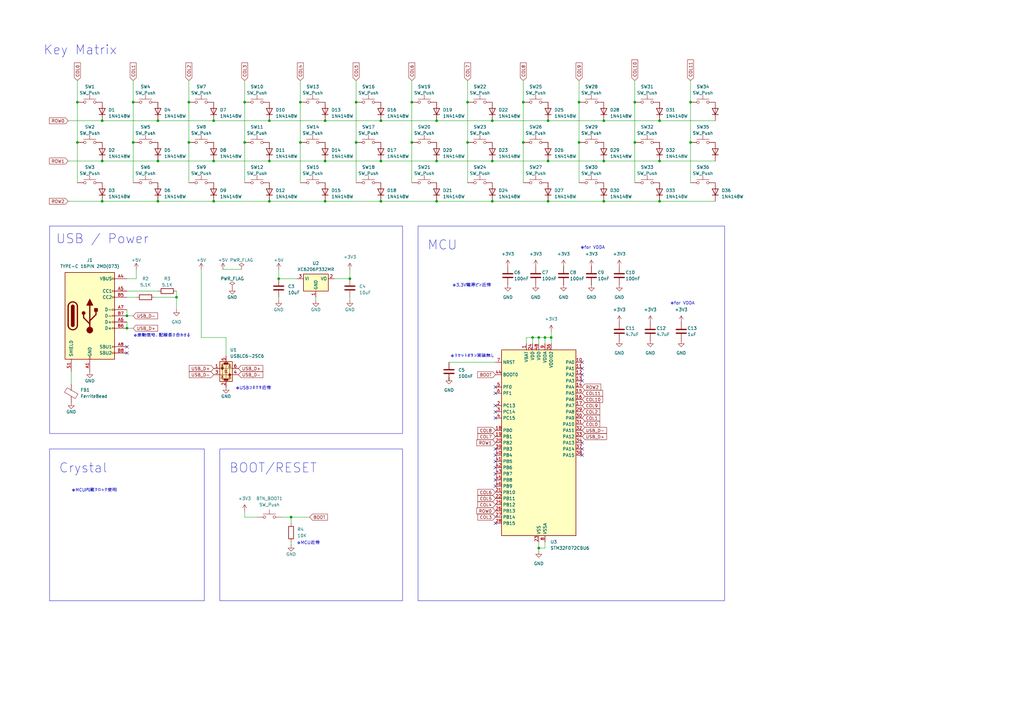
<source format=kicad_sch>
(kicad_sch (version 20231120) (generator "eeschema") (generator_version "8.0")
  (paper "A3")
  (title_block (title "neige PCB") (date "2025-08-02") (rev "v1.1") (company "@ymkn"))
  (lib_symbols
    (symbol "Connector:USB_C_Receptacle_USB2.0_16P" (pin_names (offset 1.016))
      (property "Reference" "J" (at 0 22.225 0))
      (property "Value" "USB_C_Receptacle_USB2.0_16P" (at 0 19.685 0))
      (symbol "USB_C_Receptacle_USB2.0_16P_1_1"
        (pin passive line (at 0 -22.86 90) (length 5.08) (name "GND") (number "A1"))
        (pin passive line (at 0 -22.86 90) (length 5.08) hide (name "GND") (number "A12"))
        (pin passive line (at 15.24 15.24 180) (length 5.08) (name "VBUS") (number "A4"))
        (pin bidirectional line (at 15.24 10.16 180) (length 5.08) (name "CC1") (number "A5"))
        (pin bidirectional line (at 15.24 -2.54 180) (length 5.08) (name "D+") (number "A6"))
        (pin bidirectional line (at 15.24 2.54 180) (length 5.08) (name "D-") (number "A7"))
        (pin bidirectional line (at 15.24 -12.7 180) (length 5.08) (name "SBU1") (number "A8"))
        (pin passive line (at 15.24 15.24 180) (length 5.08) hide (name "VBUS") (number "A9"))
        (pin passive line (at 0 -22.86 90) (length 5.08) hide (name "GND") (number "B1"))
        (pin passive line (at 0 -22.86 90) (length 5.08) hide (name "GND") (number "B12"))
        (pin passive line (at 15.24 15.24 180) (length 5.08) hide (name "VBUS") (number "B4"))
        (pin bidirectional line (at 15.24 7.62 180) (length 5.08) (name "CC2") (number "B5"))
        (pin bidirectional line (at 15.24 -5.08 180) (length 5.08) (name "D+") (number "B6"))
        (pin bidirectional line (at 15.24 0 180) (length 5.08) (name "D-") (number "B7"))
        (pin bidirectional line (at 15.24 -15.24 180) (length 5.08) (name "SBU2") (number "B8"))
        (pin passive line (at 15.24 15.24 180) (length 5.08) hide (name "VBUS") (number "B9"))
        (pin passive line (at -7.62 -22.86 90) (length 5.08) (name "SHIELD") (number "S1"))
      )
    )
    (symbol "Device:C" (pin_numbers hide) (pin_names (offset 0.254))
      (property "Reference" "C" (at 0.635 2.54 0))
      (property "Value" "C" (at 0.635 -2.54 0))
      (symbol "C_1_1"
        (pin passive line (at 0 3.81 270) (length 2.794) (name "~") (number "1"))
        (pin passive line (at 0 -3.81 90) (length 2.794) (name "~") (number "2"))
      )
    )
    (symbol "Device:FerriteBead" (pin_numbers hide) (pin_names (offset 0))
      (property "Reference" "FB" (at -3.81 0.635 90))
      (property "Value" "FerriteBead" (at 3.81 0 90))
      (symbol "FerriteBead_1_1"
        (pin passive line (at 0 3.81 270) (length 2.54) (name "~") (number "1"))
        (pin passive line (at 0 -3.81 90) (length 2.54) (name "~") (number "2"))
      )
    )
    (symbol "Device:R" (pin_numbers hide) (pin_names (offset 0))
      (property "Reference" "R" (at 2.032 0 90))
      (property "Value" "R" (at 0 0 90))
      (symbol "R_1_1"
        (pin passive line (at 0 3.81 270) (length 1.27) (name "~") (number "1"))
        (pin passive line (at 0 -3.81 90) (length 1.27) (name "~") (number "2"))
      )
    )
    (symbol "Diode:1N4148W" (pin_numbers hide) (pin_names hide)
      (property "Reference" "D" (at 0 2.54 0))
      (property "Value" "1N4148W" (at 0 -2.54 0))
      (symbol "1N4148W_1_1"
        (pin passive line (at -3.81 0 0) (length 2.54) (name "K") (number "1"))
        (pin passive line (at 3.81 0 180) (length 2.54) (name "A") (number "2"))
      )
    )
    (symbol "MCU_ST_STM32F0:STM32F072CBUx"
      (property "Reference" "U" (at -15.24 39.37 0))
      (property "Value" "STM32F072CBUx" (at 7.62 39.37 0))
      (symbol "STM32F072CBUx_1_1"
        (pin power_in line (at -5.08 40.64 270) (length 2.54) (name "VBAT") (number "1"))
        (pin bidirectional line (at 17.78 33.02 180) (length 2.54) (name "PA0") (number "10"))
        (pin bidirectional line (at 17.78 30.48 180) (length 2.54) (name "PA1") (number "11"))
        (pin bidirectional line (at 17.78 27.94 180) (length 2.54) (name "PA2") (number "12"))
        (pin bidirectional line (at 17.78 25.4 180) (length 2.54) (name "PA3") (number "13"))
        (pin bidirectional line (at 17.78 22.86 180) (length 2.54) (name "PA4") (number "14"))
        (pin bidirectional line (at 17.78 20.32 180) (length 2.54) (name "PA5") (number "15"))
        (pin bidirectional line (at 17.78 17.78 180) (length 2.54) (name "PA6") (number "16"))
        (pin bidirectional line (at 17.78 15.24 180) (length 2.54) (name "PA7") (number "17"))
        (pin bidirectional line (at -17.78 5.08 0) (length 2.54) (name "PB0") (number "18"))
        (pin bidirectional line (at -17.78 2.54 0) (length 2.54) (name "PB1") (number "19"))
        (pin bidirectional line (at -17.78 15.24 0) (length 2.54) (name "PC13") (number "2"))
        (pin bidirectional line (at -17.78 0 0) (length 2.54) (name "PB2") (number "20"))
        (pin bidirectional line (at -17.78 -20.32 0) (length 2.54) (name "PB10") (number "21"))
        (pin bidirectional line (at -17.78 -22.86 0) (length 2.54) (name "PB11") (number "22"))
        (pin power_in line (at 0 -40.64 90) (length 2.54) (name "VSS") (number "23"))
        (pin power_in line (at -2.54 40.64 270) (length 2.54) (name "VDD") (number "24"))
        (pin bidirectional line (at -17.78 -25.4 0) (length 2.54) (name "PB12") (number "25"))
        (pin bidirectional line (at -17.78 -27.94 0) (length 2.54) (name "PB13") (number "26"))
        (pin bidirectional line (at -17.78 -30.48 0) (length 2.54) (name "PB14") (number "27"))
        (pin bidirectional line (at -17.78 -33.02 0) (length 2.54) (name "PB15") (number "28"))
        (pin bidirectional line (at 17.78 12.7 180) (length 2.54) (name "PA8") (number "29"))
        (pin bidirectional line (at -17.78 12.7 0) (length 2.54) (name "PC14") (number "3"))
        (pin bidirectional line (at 17.78 10.16 180) (length 2.54) (name "PA9") (number "30"))
        (pin bidirectional line (at 17.78 7.62 180) (length 2.54) (name "PA10") (number "31"))
        (pin bidirectional line (at 17.78 5.08 180) (length 2.54) (name "PA11") (number "32"))
        (pin bidirectional line (at 17.78 2.54 180) (length 2.54) (name "PA12") (number "33"))
        (pin bidirectional line (at 17.78 0 180) (length 2.54) (name "PA13") (number "34"))
        (pin passive line (at 0 -40.64 90) (length 2.54) hide (name "VSS") (number "35"))
        (pin power_in line (at 5.08 40.64 270) (length 2.54) (name "VDDIO2") (number "36"))
        (pin bidirectional line (at 17.78 -2.54 180) (length 2.54) (name "PA14") (number "37"))
        (pin bidirectional line (at 17.78 -5.08 180) (length 2.54) (name "PA15") (number "38"))
        (pin bidirectional line (at -17.78 -2.54 0) (length 2.54) (name "PB3") (number "39"))
        (pin bidirectional line (at -17.78 10.16 0) (length 2.54) (name "PC15") (number "4"))
        (pin bidirectional line (at -17.78 -5.08 0) (length 2.54) (name "PB4") (number "40"))
        (pin bidirectional line (at -17.78 -7.62 0) (length 2.54) (name "PB5") (number "41"))
        (pin bidirectional line (at -17.78 -10.16 0) (length 2.54) (name "PB6") (number "42"))
        (pin bidirectional line (at -17.78 -12.7 0) (length 2.54) (name "PB7") (number "43"))
        (pin input line (at -17.78 27.94 0) (length 2.54) (name "BOOT0") (number "44"))
        (pin bidirectional line (at -17.78 -15.24 0) (length 2.54) (name "PB8") (number "45"))
        (pin bidirectional line (at -17.78 -17.78 0) (length 2.54) (name "PB9") (number "46"))
        (pin passive line (at 0 -40.64 90) (length 2.54) hide (name "VSS") (number "47"))
        (pin power_in line (at 0 40.64 270) (length 2.54) (name "VDD") (number "48"))
        (pin passive line (at 0 -40.64 90) (length 2.54) hide (name "VSS") (number "49"))
        (pin bidirectional line (at -17.78 22.86 0) (length 2.54) (name "PF0") (number "5"))
        (pin bidirectional line (at -17.78 20.32 0) (length 2.54) (name "PF1") (number "6"))
        (pin input line (at -17.78 33.02 0) (length 2.54) (name "NRST") (number "7"))
        (pin power_in line (at 2.54 -40.64 90) (length 2.54) (name "VSSA") (number "8"))
        (pin power_in line (at 2.54 40.64 270) (length 2.54) (name "VDDA") (number "9"))
      )
    )
    (symbol "Power_Protection:USBLC6-2SC6" (pin_names hide)
      (property "Reference" "U" (at 0.635 5.715 0))
      (property "Value" "USBLC6-2SC6" (at 0.635 3.81 0))
      (symbol "USBLC6-2SC6_1_1"
        (pin passive line (at -5.08 0 0) (length 2.54) (name "I/O1") (number "1"))
        (pin passive line (at 0 -7.62 90) (length 2.54) (name "GND") (number "2"))
        (pin passive line (at -5.08 -2.54 0) (length 2.54) (name "I/O2") (number "3"))
        (pin passive line (at 5.08 -2.54 180) (length 2.54) (name "I/O2") (number "4"))
        (pin passive line (at 0 5.08 270) (length 2.54) (name "VBUS") (number "5"))
        (pin passive line (at 5.08 0 180) (length 2.54) (name "I/O1") (number "6"))
      )
    )
    (symbol "Regulator_Linear:AMS1117-3.3"
      (property "Reference" "U" (at -3.81 3.175 0))
      (property "Value" "AMS1117-3.3" (at 0 3.175 0))
      (symbol "AMS1117-3.3_1_1"
        (pin power_in line (at 0 -7.62 90) (length 2.54) (name "GND") (number "1"))
        (pin power_out line (at 7.62 0 180) (length 2.54) (name "VO") (number "2"))
        (pin power_in line (at -7.62 0 0) (length 2.54) (name "VI") (number "3"))
      )
    )
    (symbol "Switch:SW_Push" (pin_numbers hide) (pin_names (offset 1.016) hide)
      (property "Reference" "SW" (at 1.27 2.54 0))
      (property "Value" "SW_Push" (at 0 -1.524 0))
      (symbol "SW_Push_0_1"
        (pin passive line (at -5.08 0 0) (length 2.54) (name "1") (number "1"))
        (pin passive line (at 5.08 0 180) (length 2.54) (name "2") (number "2"))
      )
    )
    (symbol "power:+3V3" (power) (pin_numbers hide) (pin_names (offset 0) hide)
      (property "Value" "+3V3" (at 0 3.556 0))
      (symbol "+3V3_1_1"
        (pin power_in line (at 0 0 90) (length 0) (name "~") (number "1"))
      )
    )
    (symbol "power:+5V" (power) (pin_numbers hide) (pin_names (offset 0) hide)
      (property "Value" "+5V" (at 0 3.556 0))
      (symbol "+5V_1_1"
        (pin power_in line (at 0 0 90) (length 0) (name "~") (number "1"))
      )
    )
    (symbol "power:GND" (power) (pin_numbers hide) (pin_names (offset 0) hide)
      (property "Value" "GND" (at 0 -3.81 0))
      (symbol "GND_1_1"
        (pin power_in line (at 0 0 270) (length 0) (name "~") (number "1"))
      )
    )
    (symbol "power:PWR_FLAG" (power) (pin_numbers hide) (pin_names (offset 0) hide)
      (property "Value" "PWR_FLAG" (at 0 3.81 0))
      (symbol "PWR_FLAG_0_0"
        (pin power_out line (at 0 0 90) (length 0) (name "~") (number "1"))
      )
    )
  )
  (junction (at 31.75 41.91))
  (junction (at 41.91 82.55))
  (junction (at 247.65 49.53))
  (junction (at 237.49 58.42))
  (junction (at 218.44 138.43))
  (junction (at 224.79 82.55))
  (junction (at 31.75 58.42))
  (junction (at 191.77 41.91))
  (junction (at 179.07 49.53))
  (junction (at 224.79 66.04))
  (junction (at 114.3 114.3))
  (junction (at 77.47 58.42))
  (junction (at 119.38 212.09))
  (junction (at 220.98 138.43))
  (junction (at 237.49 41.91))
  (junction (at 100.33 41.91))
  (junction (at 270.51 66.04))
  (junction (at 201.93 66.04))
  (junction (at 110.49 82.55))
  (junction (at 156.21 66.04))
  (junction (at 270.51 49.53))
  (junction (at 168.91 58.42))
  (junction (at 156.21 82.55))
  (junction (at 179.07 82.55))
  (junction (at 283.21 58.42))
  (junction (at 260.35 58.42))
  (junction (at 87.63 49.53))
  (junction (at 123.19 41.91))
  (junction (at 201.93 49.53))
  (junction (at 110.49 49.53))
  (junction (at 41.91 66.04))
  (junction (at 201.93 82.55))
  (junction (at 100.33 58.42))
  (junction (at 220.98 224.79))
  (junction (at 87.63 66.04))
  (junction (at 143.51 114.3))
  (junction (at 123.19 58.42))
  (junction (at 146.05 58.42))
  (junction (at 179.07 66.04))
  (junction (at 223.52 138.43))
  (junction (at 247.65 82.55))
  (junction (at 133.35 82.55))
  (junction (at 64.77 49.53))
  (junction (at 260.35 41.91))
  (junction (at 64.77 82.55))
  (junction (at 226.06 138.43))
  (junction (at 64.77 66.04))
  (junction (at 146.05 41.91))
  (junction (at 168.91 41.91))
  (junction (at 41.91 49.53))
  (junction (at 77.47 41.91))
  (junction (at 54.61 41.91))
  (junction (at 52.07 134.62))
  (junction (at 87.63 82.55))
  (junction (at 247.65 66.04))
  (junction (at 214.63 58.42))
  (junction (at 270.51 82.55))
  (junction (at 54.61 58.42))
  (junction (at 214.63 41.91))
  (junction (at 133.35 49.53))
  (junction (at 224.79 49.53))
  (junction (at 156.21 49.53))
  (junction (at 283.21 41.91))
  (junction (at 52.07 129.54))
  (junction (at 133.35 66.04))
  (junction (at 110.49 66.04))
  (junction (at 72.39 121.92))
  (junction (at 191.77 58.42))
  (no_connect (at 238.76 156.21))
  (no_connect (at 203.2 186.69))
  (no_connect (at 203.2 171.45))
  (no_connect (at 52.07 144.78))
  (no_connect (at 203.2 196.85))
  (no_connect (at 203.2 161.29))
  (no_connect (at 203.2 214.63))
  (no_connect (at 238.76 153.67))
  (no_connect (at 238.76 148.59))
  (no_connect (at 238.76 151.13))
  (no_connect (at 203.2 184.15))
  (no_connect (at 203.2 158.75))
  (no_connect (at 203.2 168.91))
  (no_connect (at 203.2 166.37))
  (no_connect (at 238.76 181.61))
  (no_connect (at 238.76 184.15))
  (no_connect (at 203.2 191.77))
  (no_connect (at 203.2 189.23))
  (no_connect (at 238.76 186.69))
  (no_connect (at 203.2 199.39))
  (no_connect (at 52.07 142.24))
  (no_connect (at 203.2 194.31))
  (wire (pts (xy 220.98 224.79) (xy 220.98 226.06)))
  (wire (pts (xy 27.94 66.04) (xy 41.91 66.04)))
  (wire (pts (xy 87.63 82.55) (xy 110.49 82.55)))
  (wire (pts (xy 237.49 33.02) (xy 237.49 41.91)))
  (wire (pts (xy 29.21 152.4) (xy 29.21 157.48)))
  (wire (pts (xy 137.16 114.3) (xy 143.51 114.3)))
  (wire (pts (xy 82.55 138.43) (xy 92.71 138.43)))
  (wire (pts (xy 215.9 140.97) (xy 215.9 138.43)))
  (wire (pts (xy 283.21 41.91) (xy 283.21 58.42)))
  (wire (pts (xy 31.75 33.02) (xy 31.75 41.91)))
  (wire (pts (xy 52.07 121.92) (xy 55.88 121.92)))
  (wire (pts (xy 179.07 82.55) (xy 201.93 82.55)))
  (wire (pts (xy 143.51 110.49) (xy 143.51 114.3)))
  (wire (pts (xy 224.79 66.04) (xy 247.65 66.04)))
  (wire (pts (xy 77.47 41.91) (xy 77.47 58.42)))
  (wire (pts (xy 41.91 82.55) (xy 64.77 82.55)))
  (wire (pts (xy 184.15 154.94) (xy 184.15 156.21)))
  (wire (pts (xy 100.33 212.09) (xy 105.41 212.09)))
  (wire (pts (xy 100.33 209.55) (xy 100.33 212.09)))
  (wire (pts (xy 52.07 129.54) (xy 54.61 129.54)))
  (wire (pts (xy 54.61 41.91) (xy 54.61 58.42)))
  (wire (pts (xy 123.19 33.02) (xy 123.19 41.91)))
  (wire (pts (xy 220.98 224.79) (xy 223.52 224.79)))
  (wire (pts (xy 114.3 114.3) (xy 114.3 110.49)))
  (wire (pts (xy 146.05 33.02) (xy 146.05 41.91)))
  (wire (pts (xy 82.55 110.49) (xy 82.55 138.43)))
  (wire (pts (xy 87.63 66.04) (xy 110.49 66.04)))
  (wire (pts (xy 191.77 41.91) (xy 191.77 58.42)))
  (wire (pts (xy 218.44 138.43) (xy 220.98 138.43)))
  (wire (pts (xy 260.35 33.02) (xy 260.35 41.91)))
  (wire (pts (xy 201.93 66.04) (xy 224.79 66.04)))
  (wire (pts (xy 226.06 138.43) (xy 226.06 135.89)))
  (wire (pts (xy 220.98 222.25) (xy 220.98 224.79)))
  (wire (pts (xy 63.5 121.92) (xy 72.39 121.92)))
  (wire (pts (xy 52.07 134.62) (xy 54.61 134.62)))
  (wire (pts (xy 87.63 49.53) (xy 110.49 49.53)))
  (wire (pts (xy 156.21 66.04) (xy 179.07 66.04)))
  (wire (pts (xy 214.63 33.02) (xy 214.63 41.91)))
  (wire (pts (xy 214.63 58.42) (xy 214.63 74.93)))
  (wire (pts (xy 226.06 140.97) (xy 226.06 138.43)))
  (wire (pts (xy 115.57 212.09) (xy 119.38 212.09)))
  (wire (pts (xy 114.3 114.3) (xy 121.92 114.3)))
  (wire (pts (xy 179.07 49.53) (xy 201.93 49.53)))
  (wire (pts (xy 100.33 58.42) (xy 100.33 74.93)))
  (wire (pts (xy 283.21 58.42) (xy 283.21 74.93)))
  (wire (pts (xy 54.61 58.42) (xy 54.61 74.93)))
  (wire (pts (xy 224.79 49.53) (xy 247.65 49.53)))
  (wire (pts (xy 168.91 41.91) (xy 168.91 58.42)))
  (wire (pts (xy 168.91 33.02) (xy 168.91 41.91)))
  (wire (pts (xy 41.91 66.04) (xy 64.77 66.04)))
  (wire (pts (xy 184.15 148.59) (xy 203.2 148.59)))
  (wire (pts (xy 100.33 41.91) (xy 100.33 58.42)))
  (wire (pts (xy 260.35 58.42) (xy 260.35 74.93)))
  (wire (pts (xy 220.98 140.97) (xy 220.98 138.43)))
  (wire (pts (xy 123.19 58.42) (xy 123.19 74.93)))
  (wire (pts (xy 146.05 41.91) (xy 146.05 58.42)))
  (wire (pts (xy 270.51 49.53) (xy 293.37 49.53)))
  (wire (pts (xy 133.35 82.55) (xy 156.21 82.55)))
  (wire (pts (xy 123.19 41.91) (xy 123.19 58.42)))
  (wire (pts (xy 220.98 138.43) (xy 223.52 138.43)))
  (wire (pts (xy 52.07 132.08) (xy 52.07 134.62)))
  (wire (pts (xy 223.52 222.25) (xy 223.52 224.79)))
  (wire (pts (xy 119.38 212.09) (xy 119.38 214.63)))
  (wire (pts (xy 77.47 33.02) (xy 77.47 41.91)))
  (wire (pts (xy 201.93 82.55) (xy 224.79 82.55)))
  (wire (pts (xy 143.51 123.19) (xy 143.51 121.92)))
  (wire (pts (xy 129.54 123.19) (xy 129.54 121.92)))
  (wire (pts (xy 119.38 222.25) (xy 119.38 223.52)))
  (wire (pts (xy 191.77 33.02) (xy 191.77 41.91)))
  (wire (pts (xy 114.3 121.92) (xy 114.3 123.19)))
  (wire (pts (xy 237.49 41.91) (xy 237.49 58.42)))
  (wire (pts (xy 52.07 119.38) (xy 64.77 119.38)))
  (wire (pts (xy 110.49 66.04) (xy 133.35 66.04)))
  (wire (pts (xy 179.07 66.04) (xy 201.93 66.04)))
  (wire (pts (xy 110.49 49.53) (xy 133.35 49.53)))
  (wire (pts (xy 146.05 58.42) (xy 146.05 74.93)))
  (wire (pts (xy 100.33 33.02) (xy 100.33 41.91)))
  (wire (pts (xy 55.88 114.3) (xy 52.07 114.3)))
  (wire (pts (xy 270.51 66.04) (xy 293.37 66.04)))
  (wire (pts (xy 270.51 82.55) (xy 293.37 82.55)))
  (wire (pts (xy 223.52 138.43) (xy 226.06 138.43)))
  (wire (pts (xy 31.75 58.42) (xy 31.75 74.93)))
  (wire (pts (xy 110.49 82.55) (xy 133.35 82.55)))
  (wire (pts (xy 214.63 41.91) (xy 214.63 58.42)))
  (wire (pts (xy 133.35 66.04) (xy 156.21 66.04)))
  (wire (pts (xy 168.91 58.42) (xy 168.91 74.93)))
  (wire (pts (xy 92.71 138.43) (xy 92.71 146.05)))
  (wire (pts (xy 237.49 58.42) (xy 237.49 74.93)))
  (wire (pts (xy 72.39 121.92) (xy 72.39 127)))
  (wire (pts (xy 283.21 33.02) (xy 283.21 41.91)))
  (wire (pts (xy 215.9 138.43) (xy 218.44 138.43)))
  (wire (pts (xy 54.61 33.02) (xy 54.61 41.91)))
  (wire (pts (xy 260.35 41.91) (xy 260.35 58.42)))
  (wire (pts (xy 64.77 66.04) (xy 87.63 66.04)))
  (wire (pts (xy 201.93 49.53) (xy 224.79 49.53)))
  (wire (pts (xy 247.65 49.53) (xy 270.51 49.53)))
  (wire (pts (xy 247.65 66.04) (xy 270.51 66.04)))
  (wire (pts (xy 119.38 212.09) (xy 127 212.09)))
  (wire (pts (xy 191.77 58.42) (xy 191.77 74.93)))
  (wire (pts (xy 91.44 110.49) (xy 99.06 110.49)))
  (wire (pts (xy 133.35 49.53) (xy 156.21 49.53)))
  (wire (pts (xy 224.79 82.55) (xy 247.65 82.55)))
  (wire (pts (xy 64.77 49.53) (xy 87.63 49.53)))
  (wire (pts (xy 27.94 82.55) (xy 41.91 82.55)))
  (wire (pts (xy 55.88 110.49) (xy 55.88 114.3)))
  (wire (pts (xy 77.47 58.42) (xy 77.47 74.93)))
  (wire (pts (xy 72.39 119.38) (xy 72.39 121.92)))
  (wire (pts (xy 218.44 140.97) (xy 218.44 138.43)))
  (wire (pts (xy 247.65 82.55) (xy 270.51 82.55)))
  (wire (pts (xy 64.77 82.55) (xy 87.63 82.55)))
  (wire (pts (xy 31.75 41.91) (xy 31.75 58.42)))
  (wire (pts (xy 41.91 49.53) (xy 64.77 49.53)))
  (wire (pts (xy 223.52 140.97) (xy 223.52 138.43)))
  (wire (pts (xy 156.21 49.53) (xy 179.07 49.53)))
  (wire (pts (xy 156.21 82.55) (xy 179.07 82.55)))
  (wire (pts (xy 27.94 49.53) (xy 41.91 49.53)))
  (wire (pts (xy 52.07 127) (xy 52.07 129.54)))
  (rectangle (start 20.32 92.71) (end 165.1 177.8))
  (rectangle (start 171.45 92.71) (end 297.18 246.38))
  (rectangle (start 90.17 184.15) (end 165.1 246.38))
  (rectangle (start 20.32 184.15) (end 83.82 246.38))
  (text "※MCU内蔵クロック使用" (at 38.608 201.168 0) (effects (font (size 1.27 1.27))))
  (text "Crystal" (at 24.13 194.31 0) (effects (font (size 3.81 3.81)) (justify left bottom)))
  (text "MCU" (at 175.26 102.87 0) (effects (font (size 3.81 3.81)) (justify left bottom)))
  (text "Key Matrix" (at 17.78 22.86 0) (effects (font (size 3.81 3.81)) (justify left bottom)))
  (text "※for VDDA" (at 274.828 125.222 0) (effects (font (size 1.27 1.27)) (justify left bottom)))
  (text "※for VDDA" (at 237.998 102.362 0) (effects (font (size 1.27 1.27)) (justify left bottom)))
  (text "※MCU近傍" (at 121.666 223.52 0) (effects (font (size 1.27 1.27)) (justify left bottom)))
  (text "※USBコネクタ近傍" (at 111.252 160.02 0) (effects (font (size 1.27 1.27)) (justify right bottom)))
  (text "BOOT/RESET" (at 93.98 194.31 0) (effects (font (size 3.81 3.81)) (justify left bottom)))
  (text "※3.3V電源ピン近傍" (at 185.42 117.856 0) (effects (font (size 1.27 1.27)) (justify left bottom)))
  (text "※差動信号、配線長さ合わせる" (at 54.61 138.43 0) (effects (font (size 1.27 1.27)) (justify left bottom)))
  (text "USB / Power" (at 22.86 100.33 0) (effects (font (size 3.81 3.81)) (justify left bottom)))
  (text "※リセットボタン実装無し" (at 184.658 146.812 0) (effects (font (size 1.27 1.27)) (justify left bottom)))
  (global_label "USB_D+" (shape input) (at 97.79 151.13 0) (property "Intersheetrefs" "${INTERSHEET_REFS}" (effects (hide yes))))
  (global_label "COL10" (shape input) (at 238.76 163.83 0) (property "Intersheetrefs" "${INTERSHEET_REFS}" (effects (hide yes))))
  (global_label "COL6" (shape input) (at 203.2 201.93 180) (property "Intersheetrefs" "${INTERSHEET_REFS}" (effects (hide yes))))
  (global_label "USB_D-" (shape input) (at 87.63 153.67 180) (property "Intersheetrefs" "${INTERSHEET_REFS}" (effects (hide yes))))
  (global_label "COL5" (shape input) (at 203.2 204.47 180) (property "Intersheetrefs" "${INTERSHEET_REFS}" (effects (hide yes))))
  (global_label "USB_D+" (shape input) (at 54.61 134.62 0) (property "Intersheetrefs" "${INTERSHEET_REFS}" (effects (hide yes))))
  (global_label "COL6" (shape input) (at 168.91 33.02 90) (property "Intersheetrefs" "${INTERSHEET_REFS}" (effects (hide yes))))
  (global_label "COL3" (shape input) (at 100.33 33.02 90) (property "Intersheetrefs" "${INTERSHEET_REFS}" (effects (hide yes))))
  (global_label "ROW2" (shape input) (at 238.76 158.75 0) (property "Intersheetrefs" "${INTERSHEET_REFS}" (effects (hide yes))))
  (global_label "COL4" (shape input) (at 203.2 207.01 180) (property "Intersheetrefs" "${INTERSHEET_REFS}" (effects (hide yes))))
  (global_label "COL9" (shape input) (at 238.76 166.37 0) (property "Intersheetrefs" "${INTERSHEET_REFS}" (effects (hide yes))))
  (global_label "USB_D-" (shape input) (at 54.61 129.54 0) (property "Intersheetrefs" "${INTERSHEET_REFS}" (effects (hide yes))))
  (global_label "BOOT" (shape input) (at 203.2 153.67 180) (property "Intersheetrefs" "${INTERSHEET_REFS}" (effects (hide yes))))
  (global_label "COL8" (shape input) (at 203.2 176.53 180) (property "Intersheetrefs" "${INTERSHEET_REFS}" (effects (hide yes))))
  (global_label "COL7" (shape input) (at 191.77 33.02 90) (property "Intersheetrefs" "${INTERSHEET_REFS}" (effects (hide yes))))
  (global_label "COL11" (shape input) (at 283.21 33.02 90) (property "Intersheetrefs" "${INTERSHEET_REFS}" (effects (hide yes))))
  (global_label "COL8" (shape input) (at 214.63 33.02 90) (property "Intersheetrefs" "${INTERSHEET_REFS}" (effects (hide yes))))
  (global_label "COL2" (shape input) (at 77.47 33.02 90) (property "Intersheetrefs" "${INTERSHEET_REFS}" (effects (hide yes))))
  (global_label "COL5" (shape input) (at 146.05 33.02 90) (property "Intersheetrefs" "${INTERSHEET_REFS}" (effects (hide yes))))
  (global_label "ROW0" (shape input) (at 27.94 49.53 180) (property "Intersheetrefs" "${INTERSHEET_REFS}" (effects (hide yes))))
  (global_label "COL1" (shape input) (at 54.61 33.02 90) (property "Intersheetrefs" "${INTERSHEET_REFS}" (effects (hide yes))))
  (global_label "ROW2" (shape input) (at 27.94 82.55 180) (property "Intersheetrefs" "${INTERSHEET_REFS}" (effects (hide yes))))
  (global_label "ROW1" (shape input) (at 203.2 181.61 180) (property "Intersheetrefs" "${INTERSHEET_REFS}" (effects (hide yes))))
  (global_label "BOOT" (shape input) (at 127 212.09 0) (property "Intersheetrefs" "${INTERSHEET_REFS}" (effects (hide yes))))
  (global_label "COL0" (shape input) (at 31.75 33.02 90) (property "Intersheetrefs" "${INTERSHEET_REFS}" (effects (hide yes))))
  (global_label "COL10" (shape input) (at 260.35 33.02 90) (property "Intersheetrefs" "${INTERSHEET_REFS}" (effects (hide yes))))
  (global_label "USB_D+" (shape input) (at 87.63 151.13 180) (property "Intersheetrefs" "${INTERSHEET_REFS}" (effects (hide yes))))
  (global_label "COL9" (shape input) (at 237.49 33.02 90) (property "Intersheetrefs" "${INTERSHEET_REFS}" (effects (hide yes))))
  (global_label "COL7" (shape input) (at 203.2 179.07 180) (property "Intersheetrefs" "${INTERSHEET_REFS}" (effects (hide yes))))
  (global_label "COL11" (shape input) (at 238.76 161.29 0) (property "Intersheetrefs" "${INTERSHEET_REFS}" (effects (hide yes))))
  (global_label "USB_D+" (shape input) (at 238.76 179.07 0) (property "Intersheetrefs" "${INTERSHEET_REFS}" (effects (hide yes))))
  (global_label "COL2" (shape input) (at 238.76 168.91 0) (property "Intersheetrefs" "${INTERSHEET_REFS}" (effects (hide yes))))
  (global_label "USB_D-" (shape input) (at 238.76 176.53 0) (property "Intersheetrefs" "${INTERSHEET_REFS}" (effects (hide yes))))
  (global_label "COL3" (shape input) (at 203.2 212.09 180) (property "Intersheetrefs" "${INTERSHEET_REFS}" (effects (hide yes))))
  (global_label "USB_D-" (shape input) (at 97.79 153.67 0) (property "Intersheetrefs" "${INTERSHEET_REFS}" (effects (hide yes))))
  (global_label "COL1" (shape input) (at 238.76 171.45 0) (property "Intersheetrefs" "${INTERSHEET_REFS}" (effects (hide yes))))
  (global_label "ROW0" (shape input) (at 203.2 209.55 180) (property "Intersheetrefs" "${INTERSHEET_REFS}" (effects (hide yes))))
  (global_label "ROW1" (shape input) (at 27.94 66.04 180) (property "Intersheetrefs" "${INTERSHEET_REFS}" (effects (hide yes))))
  (global_label "COL0" (shape input) (at 238.76 173.99 0) (property "Intersheetrefs" "${INTERSHEET_REFS}" (effects (hide yes))))
  (global_label "COL4" (shape input) (at 123.19 33.02 90) (property "Intersheetrefs" "${INTERSHEET_REFS}" (effects (hide yes))))
  (symbol (lib_id "Diode:1N4148W") (at 87.63 78.74 90) (unit 1)
    (property "Reference" "D9" (at 90.17 78.105 90) (effects (justify right)))
    (property "Value" "1N4148W" (at 90.17 80.645 90) (effects (justify right)))
    (property "Footprint" "ymknlib_Various:D_SOD-123" (effects (hide yes)))
    (property "Datasheet" "https://www.vishay.com/docs/85748/1n4148w.pdf" (effects (hide yes)))
    (property "Sim.Device" "D" (effects (hide yes)))
    (property "Sim.Pins" "1=K 2=A" (effects (hide yes)))
    (property "LCSC Parts #" "C81598" (effects (hide yes)))
    (property "JLCPCB Part #" "C81598" (effects (hide yes)))
  )
  (symbol (lib_id "power:+3V3") (at 100.33 209.55 0) (unit 1)
    (property "Reference" "#PWR11" (effects (hide yes)))
    (property "Value" "+3V3" (at 100.33 204.47 0))
    (property "Description" "Power symbol creates a global label with name \"+3V3\"" (effects (hide yes)))
  )
  (symbol (lib_id "Diode:1N4148W") (at 201.93 78.74 90) (unit 1)
    (property "Reference" "D24" (at 204.47 78.105 90) (effects (justify right)))
    (property "Value" "1N4148W" (at 204.47 80.645 90) (effects (justify right)))
    (property "Footprint" "ymknlib_Various:D_SOD-123" (effects (hide yes)))
    (property "Datasheet" "https://www.vishay.com/docs/85748/1n4148w.pdf" (effects (hide yes)))
    (property "Sim.Device" "D" (effects (hide yes)))
    (property "Sim.Pins" "1=K 2=A" (effects (hide yes)))
    (property "LCSC Parts #" "C81598" (effects (hide yes)))
    (property "JLCPCB Part #" "C81598" (effects (hide yes)))
  )
  (symbol (lib_id "Diode:1N4148W") (at 201.93 45.72 90) (unit 1)
    (property "Reference" "D22" (at 204.47 45.085 90) (effects (justify right)))
    (property "Value" "1N4148W" (at 204.47 47.625 90) (effects (justify right)))
    (property "Footprint" "ymknlib_Various:D_SOD-123" (effects (hide yes)))
    (property "Datasheet" "https://www.vishay.com/docs/85748/1n4148w.pdf" (effects (hide yes)))
    (property "Sim.Device" "D" (effects (hide yes)))
    (property "Sim.Pins" "1=K 2=A" (effects (hide yes)))
    (property "LCSC Parts #" "C81598" (effects (hide yes)))
    (property "JLCPCB Part #" "C81598" (effects (hide yes)))
  )
  (symbol (lib_id "power:GND") (at 92.71 158.75 0) (unit 1)
    (property "Reference" "#PWR9" (effects (hide yes)))
    (property "Value" "GND" (at 92.71 162.56 0))
    (property "Description" "Power symbol creates a global label with name \"GND\" , ground" (effects (hide yes)))
  )
  (symbol (lib_id "Diode:1N4148W") (at 247.65 62.23 90) (unit 1)
    (property "Reference" "D29" (at 250.19 61.595 90) (effects (justify right)))
    (property "Value" "1N4148W" (at 250.19 64.135 90) (effects (justify right)))
    (property "Footprint" "ymknlib_Various:D_SOD-123" (effects (hide yes)))
    (property "Datasheet" "https://www.vishay.com/docs/85748/1n4148w.pdf" (effects (hide yes)))
    (property "Sim.Device" "D" (effects (hide yes)))
    (property "Sim.Pins" "1=K 2=A" (effects (hide yes)))
    (property "LCSC Parts #" "C81598" (effects (hide yes)))
    (property "JLCPCB Part #" "C81598" (effects (hide yes)))
  )
  (symbol (lib_id "Diode:1N4148W") (at 270.51 45.72 90) (unit 1)
    (property "Reference" "D31" (at 273.05 45.085 90) (effects (justify right)))
    (property "Value" "1N4148W" (at 273.05 47.625 90) (effects (justify right)))
    (property "Footprint" "ymknlib_Various:D_SOD-123" (effects (hide yes)))
    (property "Datasheet" "https://www.vishay.com/docs/85748/1n4148w.pdf" (effects (hide yes)))
    (property "Sim.Device" "D" (effects (hide yes)))
    (property "Sim.Pins" "1=K 2=A" (effects (hide yes)))
    (property "LCSC Parts #" "C81598" (effects (hide yes)))
    (property "JLCPCB Part #" "C81598" (effects (hide yes)))
  )
  (symbol (lib_id "power:GND") (at 36.83 152.4 0) (unit 1)
    (property "Reference" "#PWR3" (effects (hide yes)))
    (property "Value" "GND" (at 36.83 156.21 0))
    (property "Description" "Power symbol creates a global label with name \"GND\" , ground" (effects (hide yes)))
  )
  (symbol (lib_id "Diode:1N4148W") (at 110.49 45.72 90) (unit 1)
    (property "Reference" "D10" (at 113.03 45.085 90) (effects (justify right)))
    (property "Value" "1N4148W" (at 113.03 47.625 90) (effects (justify right)))
    (property "Footprint" "ymknlib_Various:D_SOD-123" (effects (hide yes)))
    (property "Datasheet" "https://www.vishay.com/docs/85748/1n4148w.pdf" (effects (hide yes)))
    (property "Sim.Device" "D" (effects (hide yes)))
    (property "Sim.Pins" "1=K 2=A" (effects (hide yes)))
    (property "LCSC Parts #" "C81598" (effects (hide yes)))
    (property "JLCPCB Part #" "C81598" (effects (hide yes)))
  )
  (symbol (lib_id "power:+3V3") (at 254 109.22 0) (unit 1)
    (property "Reference" "#PWR29" (effects (hide yes)))
    (property "Value" "+3V3" (at 254 104.14 0))
    (property "Description" "Power symbol creates a global label with name \"+3V3\"" (effects (hide yes)))
  )
  (symbol (lib_id "Diode:1N4148W") (at 270.51 62.23 90) (unit 1)
    (property "Reference" "D32" (at 273.05 61.595 90) (effects (justify right)))
    (property "Value" "1N4148W" (at 273.05 64.135 90) (effects (justify right)))
    (property "Footprint" "ymknlib_Various:D_SOD-123" (effects (hide yes)))
    (property "Datasheet" "https://www.vishay.com/docs/85748/1n4148w.pdf" (effects (hide yes)))
    (property "Sim.Device" "D" (effects (hide yes)))
    (property "Sim.Pins" "1=K 2=A" (effects (hide yes)))
    (property "LCSC Parts #" "C81598" (effects (hide yes)))
    (property "JLCPCB Part #" "C81598" (effects (hide yes)))
  )
  (symbol (lib_id "Device:C") (at 143.51 118.11 0) (unit 1)
    (property "Reference" "C4" (at 147.32 117.475 0) (effects (justify left)))
    (property "Value" "10uF" (at 147.32 120.015 0) (effects (justify left)))
    (property "Footprint" "Capacitor_SMD:C_0603_1608Metric" (effects (hide yes)))
    (property "JLCPCB Part #" "C19702" (effects (hide yes)))
  )
  (symbol (lib_id "Connector:USB_C_Receptacle_USB2.0_16P") (at 36.83 129.54 0) (unit 1)
    (property "Reference" "J1" (at 36.83 106.68 0))
    (property "Value" "TYPE-C 16PIN 2MD(073)" (at 36.83 109.22 0))
    (property "Footprint" "Connector_USB:USB_C_Receptacle_HRO_TYPE-C-31-M-12" (effects (hide yes)))
    (property "Datasheet" "https://www.usb.org/sites/default/files/documents/usb_type-c.zip" (effects (hide yes)))
    (property "JLCPCB Part #" "C2765186" (effects (hide yes)))
  )
  (symbol (lib_id "Diode:1N4148W") (at 87.63 62.23 90) (unit 1)
    (property "Reference" "D8" (at 90.17 61.595 90) (effects (justify right)))
    (property "Value" "1N4148W" (at 90.17 64.135 90) (effects (justify right)))
    (property "Footprint" "ymknlib_Various:D_SOD-123" (effects (hide yes)))
    (property "Datasheet" "https://www.vishay.com/docs/85748/1n4148w.pdf" (effects (hide yes)))
    (property "Sim.Device" "D" (effects (hide yes)))
    (property "Sim.Pins" "1=K 2=A" (effects (hide yes)))
    (property "LCSC Parts #" "C81598" (effects (hide yes)))
    (property "JLCPCB Part #" "C81598" (effects (hide yes)))
  )
  (symbol (lib_id "Diode:1N4148W") (at 64.77 78.74 90) (unit 1)
    (property "Reference" "D6" (at 67.31 78.105 90) (effects (justify right)))
    (property "Value" "1N4148W" (at 67.31 80.645 90) (effects (justify right)))
    (property "Footprint" "ymknlib_Various:D_SOD-123" (effects (hide yes)))
    (property "Datasheet" "https://www.vishay.com/docs/85748/1n4148w.pdf" (effects (hide yes)))
    (property "Sim.Device" "D" (effects (hide yes)))
    (property "Sim.Pins" "1=K 2=A" (effects (hide yes)))
    (property "LCSC Parts #" "C81598" (effects (hide yes)))
    (property "JLCPCB Part #" "C81598" (effects (hide yes)))
  )
  (symbol (lib_id "Switch:SW_Push") (at 59.69 41.91 0) (unit 1)
    (property "Reference" "SW4" (at 59.69 35.56 0))
    (property "Value" "SW_Push" (at 59.69 38.1 0))
    (property "Footprint" "ymknlib_Switch_ChocV2:SW_choc_v2_1u" (effects (hide yes)))
    (property "LCSC Parts #" "C18212911" (effects (hide yes)))
  )
  (symbol (lib_id "MCU_ST_STM32F0:STM32F072CBUx") (at 220.98 181.61 0) (unit 1)
    (property "Reference" "U3" (at 225.7141 222.25 0) (effects (justify left)))
    (property "Value" "STM32F072CBU6" (at 225.7141 224.79 0) (effects (justify left)))
    (property "Footprint" "STM32F072CBx:UFQFPN48-7x7mm" (effects (hide yes)))
    (property "Datasheet" "https://www.st.com/resource/en/datasheet/stm32f072cb.pdf" (effects (hide yes)))
    (property "Description" "STMicroelectronics Arm Cortex-M0 MCU, 128KB flash, 16KB RAM, 48 MHz, 2.0-3.6V, 37 GPIO, UFQFPN48" (effects (hide yes)))
    (property "JLCPCB Part #" "C92504" (effects (hide yes)))
  )
  (symbol (lib_id "Switch:SW_Push") (at 36.83 58.42 0) (unit 1)
    (property "Reference" "SW2" (at 36.83 52.07 0))
    (property "Value" "SW_Push" (at 36.83 54.61 0))
    (property "Footprint" "ymknlib_Switch_ChocV2:SW_choc_v2_1.25u" (effects (hide yes)))
    (property "LCSC Parts #" "C18212911" (effects (hide yes)))
  )
  (symbol (lib_id "power:PWR_FLAG") (at 95.25 118.11 0) (unit 1)
    (property "Reference" "#FLG1" (effects (hide yes)))
    (property "Value" "PWR_FLAG" (at 95.25 114.3 0))
    (property "Description" "Special symbol for telling ERC where power comes from" (effects (hide yes)))
  )
  (symbol (lib_id "Diode:1N4148W") (at 156.21 45.72 90) (unit 1)
    (property "Reference" "D16" (at 158.75 45.085 90) (effects (justify right)))
    (property "Value" "1N4148W" (at 158.75 47.625 90) (effects (justify right)))
    (property "Footprint" "ymknlib_Various:D_SOD-123" (effects (hide yes)))
    (property "Datasheet" "https://www.vishay.com/docs/85748/1n4148w.pdf" (effects (hide yes)))
    (property "Sim.Device" "D" (effects (hide yes)))
    (property "Sim.Pins" "1=K 2=A" (effects (hide yes)))
    (property "LCSC Parts #" "C81598" (effects (hide yes)))
    (property "JLCPCB Part #" "C81598" (effects (hide yes)))
  )
  (symbol (lib_id "Switch:SW_Push") (at 82.55 58.42 0) (unit 1)
    (property "Reference" "SW8" (at 82.55 52.07 0))
    (property "Value" "SW_Push" (at 82.55 54.61 0))
    (property "Footprint" "ymknlib_Switch_ChocV2:SW_choc_v2_1u" (effects (hide yes)))
    (property "LCSC Parts #" "C18212911" (effects (hide yes)))
  )
  (symbol (lib_id "power:+3V3") (at 254 132.08 0) (unit 1)
    (property "Reference" "#PWR1" (effects (hide yes)))
    (property "Value" "+3V3" (at 254 127 0))
    (property "Description" "Power symbol creates a global label with name \"+3V3\"" (effects (hide yes)))
  )
  (symbol (lib_id "power:+5V") (at 55.88 110.49 0) (unit 1)
    (property "Reference" "#PWR4" (effects (hide yes)))
    (property "Value" "+5V" (at 55.88 106.68 0))
    (property "Description" "Power symbol creates a global label with name \"+5V\"" (effects (hide yes)))
  )
  (symbol (lib_id "power:+3V3") (at 219.71 109.22 0) (unit 1)
    (property "Reference" "#PWR21" (effects (hide yes)))
    (property "Value" "+3V3" (at 219.71 104.14 0))
    (property "Description" "Power symbol creates a global label with name \"+3V3\"" (effects (hide yes)))
  )
  (symbol (lib_id "Switch:SW_Push") (at 59.69 58.42 0) (unit 1)
    (property "Reference" "SW5" (at 59.69 52.07 0))
    (property "Value" "SW_Push" (at 59.69 54.61 0))
    (property "Footprint" "ymknlib_Switch_ChocV2:SW_choc_v2_1u" (effects (hide yes)))
    (property "LCSC Parts #" "C18212911" (effects (hide yes)))
  )
  (symbol (lib_id "power:GND") (at 208.28 116.84 0) (unit 1)
    (property "Reference" "#PWR20" (effects (hide yes)))
    (property "Value" "GND" (at 208.28 121.92 0))
    (property "Description" "Power symbol creates a global label with name \"GND\" , ground" (effects (hide yes)))
  )
  (symbol (lib_id "Diode:1N4148W") (at 224.79 45.72 90) (unit 1)
    (property "Reference" "D25" (at 227.33 45.085 90) (effects (justify right)))
    (property "Value" "1N4148W" (at 227.33 47.625 90) (effects (justify right)))
    (property "Footprint" "ymknlib_Various:D_SOD-123" (effects (hide yes)))
    (property "Datasheet" "https://www.vishay.com/docs/85748/1n4148w.pdf" (effects (hide yes)))
    (property "Sim.Device" "D" (effects (hide yes)))
    (property "Sim.Pins" "1=K 2=A" (effects (hide yes)))
    (property "LCSC Parts #" "C81598" (effects (hide yes)))
    (property "JLCPCB Part #" "C81598" (effects (hide yes)))
  )
  (symbol (lib_id "power:GND") (at 254 116.84 0) (unit 1)
    (property "Reference" "#PWR30" (effects (hide yes)))
    (property "Value" "GND" (at 254 121.92 0))
    (property "Description" "Power symbol creates a global label with name \"GND\" , ground" (effects (hide yes)))
  )
  (symbol (lib_id "power:+5V") (at 91.44 110.49 0) (unit 1)
    (property "Reference" "#PWR8" (effects (hide yes)))
    (property "Value" "+5V" (at 91.44 106.68 0))
    (property "Description" "Power symbol creates a global label with name \"+5V\"" (effects (hide yes)))
  )
  (symbol (lib_id "power:GND") (at 95.25 118.11 0) (unit 1)
    (property "Reference" "#PWR10" (effects (hide yes)))
    (property "Value" "GND" (at 95.25 121.92 0))
    (property "Description" "Power symbol creates a global label with name \"GND\" , ground" (effects (hide yes)))
  )
  (symbol (lib_id "Switch:SW_Push") (at 36.83 74.93 0) (unit 1)
    (property "Reference" "SW3" (at 36.83 68.58 0))
    (property "Value" "SW_Push" (at 36.83 71.12 0))
    (property "Footprint" "ymknlib_Switch_ChocV2:SW_choc_v2_1.75u" (effects (hide yes)))
    (property "LCSC Parts #" "C18212911" (effects (hide yes)))
  )
  (symbol (lib_id "power:+3V3") (at 231.14 109.22 0) (unit 1)
    (property "Reference" "#PWR25" (effects (hide yes)))
    (property "Value" "+3V3" (at 231.14 104.14 0))
    (property "Description" "Power symbol creates a global label with name \"+3V3\"" (effects (hide yes)))
  )
  (symbol (lib_id "Diode:1N4148W") (at 41.91 62.23 90) (unit 1)
    (property "Reference" "D2" (at 44.45 61.595 90) (effects (justify right)))
    (property "Value" "1N4148W" (at 44.45 64.135 90) (effects (justify right)))
    (property "Footprint" "ymknlib_Various:D_SOD-123" (effects (hide yes)))
    (property "Datasheet" "https://www.vishay.com/docs/85748/1n4148w.pdf" (effects (hide yes)))
    (property "Sim.Device" "D" (effects (hide yes)))
    (property "Sim.Pins" "1=K 2=A" (effects (hide yes)))
    (property "LCSC Parts #" "C81598" (effects (hide yes)))
    (property "JLCPCB Part #" "C81598" (effects (hide yes)))
  )
  (symbol (lib_id "power:GND") (at 219.71 116.84 0) (unit 1)
    (property "Reference" "#PWR22" (effects (hide yes)))
    (property "Value" "GND" (at 219.71 121.92 0))
    (property "Description" "Power symbol creates a global label with name \"GND\" , ground" (effects (hide yes)))
  )
  (symbol (lib_id "Switch:SW_Push") (at 219.71 41.91 0) (unit 1)
    (property "Reference" "SW25" (at 219.71 35.56 0))
    (property "Value" "SW_Push" (at 219.71 38.1 0))
    (property "Footprint" "ymknlib_Switch_ChocV2:SW_choc_v2_1u" (effects (hide yes)))
    (property "LCSC Parts #" "C18212911" (effects (hide yes)))
  )
  (symbol (lib_id "power:+3V3") (at 242.57 109.22 0) (unit 1)
    (property "Reference" "#PWR27" (effects (hide yes)))
    (property "Value" "+3V3" (at 242.57 104.14 0))
    (property "Description" "Power symbol creates a global label with name \"+3V3\"" (effects (hide yes)))
  )
  (symbol (lib_id "power:+3V3") (at 208.28 109.22 0) (unit 1)
    (property "Reference" "#PWR19" (effects (hide yes)))
    (property "Value" "+3V3" (at 208.28 104.14 0))
    (property "Description" "Power symbol creates a global label with name \"+3V3\"" (effects (hide yes)))
  )
  (symbol (lib_id "power:+3V3") (at 266.7 132.08 0) (unit 1)
    (property "Reference" "#PWR5" (effects (hide yes)))
    (property "Value" "+3V3" (at 266.7 127 0))
    (property "Description" "Power symbol creates a global label with name \"+3V3\"" (effects (hide yes)))
  )
  (symbol (lib_id "power:GND") (at 254 139.7 0) (unit 1)
    (property "Reference" "#PWR2" (effects (hide yes)))
    (property "Value" "GND" (at 254 144.78 0))
    (property "Description" "Power symbol creates a global label with name \"GND\" , ground" (effects (hide yes)))
  )
  (symbol (lib_id "Switch:SW_Push") (at 59.69 74.93 0) (unit 1)
    (property "Reference" "SW6" (at 59.69 68.58 0))
    (property "Value" "SW_Push" (at 59.69 71.12 0))
    (property "Footprint" "ymknlib_Switch_ChocV2:SW_choc_v2_1u" (effects (hide yes)))
    (property "LCSC Parts #" "C18212911" (effects (hide yes)))
  )
  (symbol (lib_id "Switch:SW_Push") (at 36.83 41.91 0) (unit 1)
    (property "Reference" "SW1" (at 36.83 35.56 0))
    (property "Value" "SW_Push" (at 36.83 38.1 0))
    (property "Footprint" "ymknlib_Switch_ChocV2:SW_choc_v2_1u" (effects (hide yes)))
    (property "LCSC Parts #" "C18212911" (effects (hide yes)))
  )
  (symbol (lib_id "Diode:1N4148W") (at 270.51 78.74 90) (unit 1)
    (property "Reference" "D33" (at 273.05 78.105 90) (effects (justify right)))
    (property "Value" "1N4148W" (at 273.05 80.645 90) (effects (justify right)))
    (property "Footprint" "ymknlib_Various:D_SOD-123" (effects (hide yes)))
    (property "Datasheet" "https://www.vishay.com/docs/85748/1n4148w.pdf" (effects (hide yes)))
    (property "Sim.Device" "D" (effects (hide yes)))
    (property "Sim.Pins" "1=K 2=A" (effects (hide yes)))
    (property "LCSC Parts #" "C81598" (effects (hide yes)))
    (property "JLCPCB Part #" "C81598" (effects (hide yes)))
  )
  (symbol (lib_id "Device:C") (at 208.28 113.03 0) (unit 1)
    (property "Reference" "C6" (at 210.82 111.76 0) (effects (justify left)))
    (property "Value" "100nF" (at 210.82 114.3 0) (effects (justify left)))
    (property "Footprint" "Capacitor_SMD:C_0402_1005Metric" (effects (hide yes)))
    (property "JLCPCB Part #" "C1525" (effects (hide yes)))
  )
  (symbol (lib_id "power:GND") (at 119.38 223.52 0) (unit 1)
    (property "Reference" "#PWR14" (effects (hide yes)))
    (property "Value" "GND" (at 119.38 227.33 0))
    (property "Description" "Power symbol creates a global label with name \"GND\" , ground" (effects (hide yes)))
  )
  (symbol (lib_id "Switch:SW_Push") (at 242.57 41.91 0) (unit 1)
    (property "Reference" "SW28" (at 242.57 35.56 0))
    (property "Value" "SW_Push" (at 242.57 38.1 0))
    (property "Footprint" "ymknlib_Switch_ChocV2:SW_choc_v2_1u" (effects (hide yes)))
    (property "LCSC Parts #" "C18212911" (effects (hide yes)))
  )
  (symbol (lib_id "Diode:1N4148W") (at 110.49 78.74 90) (unit 1)
    (property "Reference" "D12" (at 113.03 78.105 90) (effects (justify right)))
    (property "Value" "1N4148W" (at 113.03 80.645 90) (effects (justify right)))
    (property "Footprint" "ymknlib_Various:D_SOD-123" (effects (hide yes)))
    (property "Datasheet" "https://www.vishay.com/docs/85748/1n4148w.pdf" (effects (hide yes)))
    (property "Sim.Device" "D" (effects (hide yes)))
    (property "Sim.Pins" "1=K 2=A" (effects (hide yes)))
    (property "LCSC Parts #" "C81598" (effects (hide yes)))
    (property "JLCPCB Part #" "C81598" (effects (hide yes)))
  )
  (symbol (lib_id "Switch:SW_Push") (at 82.55 74.93 0) (unit 1)
    (property "Reference" "SW9" (at 82.55 68.58 0))
    (property "Value" "SW_Push" (at 82.55 71.12 0))
    (property "Footprint" "ymknlib_Switch_ChocV2:SW_choc_v2_1u" (effects (hide yes)))
    (property "LCSC Parts #" "C18212911" (effects (hide yes)))
  )
  (symbol (lib_id "Diode:1N4148W") (at 247.65 45.72 90) (unit 1)
    (property "Reference" "D28" (at 250.19 45.085 90) (effects (justify right)))
    (property "Value" "1N4148W" (at 250.19 47.625 90) (effects (justify right)))
    (property "Footprint" "ymknlib_Various:D_SOD-123" (effects (hide yes)))
    (property "Datasheet" "https://www.vishay.com/docs/85748/1n4148w.pdf" (effects (hide yes)))
    (property "Sim.Device" "D" (effects (hide yes)))
    (property "Sim.Pins" "1=K 2=A" (effects (hide yes)))
    (property "LCSC Parts #" "C81598" (effects (hide yes)))
    (property "JLCPCB Part #" "C81598" (effects (hide yes)))
  )
  (symbol (lib_id "Regulator_Linear:AMS1117-3.3") (at 129.54 114.3 0) (unit 1)
    (property "Reference" "U2" (at 129.54 107.95 0))
    (property "Value" "XC6206P332MR" (at 129.54 110.49 0))
    (property "Footprint" "Package_TO_SOT_SMD:SOT-23-3" (effects (hide yes)))
    (property "Datasheet" "http://www.advanced-monolithic.com/pdf/ds1117.pdf" (effects (hide yes)))
    (property "JLCPCB Part #" "C5446" (effects (hide yes)))
  )
  (symbol (lib_id "Switch:SW_Push") (at 173.99 58.42 0) (unit 1)
    (property "Reference" "SW20" (at 173.99 52.07 0))
    (property "Value" "SW_Push" (at 173.99 54.61 0))
    (property "Footprint" "ymknlib_Switch_ChocV2:SW_choc_v2_1u" (effects (hide yes)))
    (property "LCSC Parts #" "C18212911" (effects (hide yes)))
  )
  (symbol (lib_id "power:GND") (at 72.39 127 0) (unit 1)
    (property "Reference" "#PWR6" (effects (hide yes)))
    (property "Value" "GND" (at 72.39 132.08 0))
    (property "Description" "Power symbol creates a global label with name \"GND\" , ground" (effects (hide yes)))
  )
  (symbol (lib_id "power:+5V") (at 114.3 110.49 0) (unit 1)
    (property "Reference" "#PWR12" (effects (hide yes)))
    (property "Value" "+5V" (at 114.3 106.68 0))
    (property "Description" "Power symbol creates a global label with name \"+5V\"" (effects (hide yes)))
  )
  (symbol (lib_id "Diode:1N4148W") (at 156.21 78.74 90) (unit 1)
    (property "Reference" "D18" (at 158.75 78.105 90) (effects (justify right)))
    (property "Value" "1N4148W" (at 158.75 80.645 90) (effects (justify right)))
    (property "Footprint" "ymknlib_Various:D_SOD-123" (effects (hide yes)))
    (property "Datasheet" "https://www.vishay.com/docs/85748/1n4148w.pdf" (effects (hide yes)))
    (property "Sim.Device" "D" (effects (hide yes)))
    (property "Sim.Pins" "1=K 2=A" (effects (hide yes)))
    (property "LCSC Parts #" "C81598" (effects (hide yes)))
    (property "JLCPCB Part #" "C81598" (effects (hide yes)))
  )
  (symbol (lib_id "power:PWR_FLAG") (at 99.06 110.49 0) (unit 1)
    (property "Reference" "#FLG2" (effects (hide yes)))
    (property "Value" "PWR_FLAG" (at 99.06 106.68 0))
    (property "Description" "Special symbol for telling ERC where power comes from" (effects (hide yes)))
  )
  (symbol (lib_id "Switch:SW_Push") (at 219.71 58.42 0) (unit 1)
    (property "Reference" "SW26" (at 219.71 52.07 0))
    (property "Value" "SW_Push" (at 219.71 54.61 0))
    (property "Footprint" "ymknlib_Switch_ChocV2:SW_choc_v2_1u" (effects (hide yes)))
    (property "LCSC Parts #" "C18212911" (effects (hide yes)))
  )
  (symbol (lib_id "Device:C") (at 254 113.03 0) (unit 1)
    (property "Reference" "C10" (at 256.54 111.76 0) (effects (justify left)))
    (property "Value" "100nF" (at 256.54 114.3 0) (effects (justify left)))
    (property "Footprint" "Capacitor_SMD:C_0402_1005Metric" (effects (hide yes)))
    (property "JLCPCB Part #" "C1525" (effects (hide yes)))
  )
  (symbol (lib_id "Device:C") (at 114.3 118.11 0) (unit 1)
    (property "Reference" "C3" (at 118.11 117.475 0) (effects (justify left)))
    (property "Value" "10uF" (at 118.11 120.015 0) (effects (justify left)))
    (property "Footprint" "Capacitor_SMD:C_0603_1608Metric" (effects (hide yes)))
    (property "JLCPCB Part #" "C19702" (effects (hide yes)))
  )
  (symbol (lib_id "power:+5V") (at 82.55 110.49 0) (unit 1)
    (property "Reference" "#PWR7" (effects (hide yes)))
    (property "Value" "+5V" (at 82.55 106.68 0))
    (property "Description" "Power symbol creates a global label with name \"+5V\"" (effects (hide yes)))
  )
  (symbol (lib_id "Switch:SW_Push") (at 242.57 58.42 0) (unit 1)
    (property "Reference" "SW29" (at 242.57 52.07 0))
    (property "Value" "SW_Push" (at 242.57 54.61 0))
    (property "Footprint" "ymknlib_Switch_ChocV2:SW_choc_v2_1u" (effects (hide yes)))
    (property "LCSC Parts #" "C18212911" (effects (hide yes)))
  )
  (symbol (lib_id "Diode:1N4148W") (at 133.35 45.72 90) (unit 1)
    (property "Reference" "D13" (at 135.89 45.085 90) (effects (justify right)))
    (property "Value" "1N4148W" (at 135.89 47.625 90) (effects (justify right)))
    (property "Footprint" "ymknlib_Various:D_SOD-123" (effects (hide yes)))
    (property "Datasheet" "https://www.vishay.com/docs/85748/1n4148w.pdf" (effects (hide yes)))
    (property "Sim.Device" "D" (effects (hide yes)))
    (property "Sim.Pins" "1=K 2=A" (effects (hide yes)))
    (property "LCSC Parts #" "C81598" (effects (hide yes)))
    (property "JLCPCB Part #" "C81598" (effects (hide yes)))
  )
  (symbol (lib_id "Device:C") (at 279.4 135.89 0) (unit 1)
    (property "Reference" "C13" (at 281.94 134.62 0) (effects (justify left)))
    (property "Value" "1uF" (at 281.94 137.16 0) (effects (justify left)))
    (property "Footprint" "Capacitor_SMD:C_0402_1005Metric" (effects (hide yes)))
    (property "JLCPCB Part #" "C52923" (effects (hide yes)))
  )
  (symbol (lib_id "power:GND") (at 266.7 139.7 0) (unit 1)
    (property "Reference" "#PWR32" (effects (hide yes)))
    (property "Value" "GND" (at 266.7 144.78 0))
    (property "Description" "Power symbol creates a global label with name \"GND\" , ground" (effects (hide yes)))
  )
  (symbol (lib_id "power:GND") (at 129.54 123.19 0) (unit 1)
    (property "Reference" "#PWR15" (effects (hide yes)))
    (property "Value" "GND" (at 129.54 127 0))
    (property "Description" "Power symbol creates a global label with name \"GND\" , ground" (effects (hide yes)))
  )
  (symbol (lib_id "Diode:1N4148W") (at 293.37 62.23 90) (unit 1)
    (property "Reference" "D35" (effects (hide yes)))
    (property "Value" "1N4148W" (effects (hide yes)))
    (property "Footprint" "ymknlib_Various:D_SOD-123" (effects (hide yes)))
    (property "Datasheet" "https://www.vishay.com/docs/85748/1n4148w.pdf" (effects (hide yes)))
    (property "Sim.Device" "D" (effects (hide yes)))
    (property "Sim.Pins" "1=K 2=A" (effects (hide yes)))
    (property "LCSC Parts #" "C81598" (effects (hide yes)))
    (property "JLCPCB Part #" "C81598" (effects (hide yes)))
  )
  (symbol (lib_id "Switch:SW_Push") (at 173.99 74.93 0) (unit 1)
    (property "Reference" "SW21" (at 173.99 68.58 0))
    (property "Value" "SW_Push" (at 173.99 71.12 0))
    (property "Footprint" "ymknlib_Switch_ChocV2:SW_choc_v2_1u" (effects (hide yes)))
    (property "LCSC Parts #" "C18212911" (effects (hide yes)))
  )
  (symbol (lib_id "Diode:1N4148W") (at 156.21 62.23 90) (unit 1)
    (property "Reference" "D17" (at 158.75 61.595 90) (effects (justify right)))
    (property "Value" "1N4148W" (at 158.75 64.135 90) (effects (justify right)))
    (property "Footprint" "ymknlib_Various:D_SOD-123" (effects (hide yes)))
    (property "Datasheet" "https://www.vishay.com/docs/85748/1n4148w.pdf" (effects (hide yes)))
    (property "Sim.Device" "D" (effects (hide yes)))
    (property "Sim.Pins" "1=K 2=A" (effects (hide yes)))
    (property "LCSC Parts #" "C81598" (effects (hide yes)))
    (property "JLCPCB Part #" "C81598" (effects (hide yes)))
  )
  (symbol (lib_id "power:GND") (at 114.3 123.19 0) (unit 1)
    (property "Reference" "#PWR13" (effects (hide yes)))
    (property "Value" "GND" (at 114.3 127 0))
    (property "Description" "Power symbol creates a global label with name \"GND\" , ground" (effects (hide yes)))
  )
  (symbol (lib_id "Switch:SW_Push") (at 196.85 58.42 0) (unit 1)
    (property "Reference" "SW23" (at 196.85 52.07 0))
    (property "Value" "SW_Push" (at 196.85 54.61 0))
    (property "Footprint" "ymknlib_Switch_ChocV2:SW_choc_v2_1u" (effects (hide yes)))
    (property "LCSC Parts #" "C18212911" (effects (hide yes)))
  )
  (symbol (lib_id "Device:C") (at 219.71 113.03 0) (unit 1)
    (property "Reference" "C7" (at 222.25 111.76 0) (effects (justify left)))
    (property "Value" "100nF" (at 222.25 114.3 0) (effects (justify left)))
    (property "Footprint" "Capacitor_SMD:C_0402_1005Metric" (effects (hide yes)))
    (property "JLCPCB Part #" "C1525" (effects (hide yes)))
  )
  (symbol (lib_id "power:GND") (at 279.4 139.7 0) (unit 1)
    (property "Reference" "#PWR34" (effects (hide yes)))
    (property "Value" "GND" (at 279.4 144.78 0))
    (property "Description" "Power symbol creates a global label with name \"GND\" , ground" (effects (hide yes)))
  )
  (symbol (lib_id "Switch:SW_Push") (at 105.41 74.93 0) (unit 1)
    (property "Reference" "SW12" (at 105.41 68.58 0))
    (property "Value" "SW_Push" (at 105.41 71.12 0))
    (property "Footprint" "ymknlib_Switch_ChocV2:SW_choc_v2_1u" (effects (hide yes)))
    (property "LCSC Parts #" "C18212911" (effects (hide yes)))
  )
  (symbol (lib_id "power:GND") (at 184.15 154.94 0) (unit 1)
    (property "Reference" "#PWR18" (effects (hide yes)))
    (property "Value" "GND" (at 184.15 160.02 0))
    (property "Description" "Power symbol creates a global label with name \"GND\" , ground" (effects (hide yes)))
  )
  (symbol (lib_id "power:+3V3") (at 226.06 135.89 0) (unit 1)
    (property "Reference" "#PWR24" (effects (hide yes)))
    (property "Value" "+3V3" (at 226.06 130.81 0))
    (property "Description" "Power symbol creates a global label with name \"+3V3\"" (effects (hide yes)))
  )
  (symbol (lib_id "Switch:SW_Push") (at 265.43 41.91 0) (unit 1)
    (property "Reference" "SW31" (at 265.43 35.56 0))
    (property "Value" "SW_Push" (at 265.43 38.1 0))
    (property "Footprint" "ymknlib_Switch_ChocV2:SW_choc_v2_1u" (effects (hide yes)))
    (property "LCSC Parts #" "C18212911" (effects (hide yes)))
  )
  (symbol (lib_id "Diode:1N4148W") (at 64.77 62.23 90) (unit 1)
    (property "Reference" "D5" (at 67.31 61.595 90) (effects (justify right)))
    (property "Value" "1N4148W" (at 67.31 64.135 90) (effects (justify right)))
    (property "Footprint" "ymknlib_Various:D_SOD-123" (effects (hide yes)))
    (property "Datasheet" "https://www.vishay.com/docs/85748/1n4148w.pdf" (effects (hide yes)))
    (property "Sim.Device" "D" (effects (hide yes)))
    (property "Sim.Pins" "1=K 2=A" (effects (hide yes)))
    (property "LCSC Parts #" "C81598" (effects (hide yes)))
    (property "JLCPCB Part #" "C81598" (effects (hide yes)))
  )
  (symbol (lib_id "Switch:SW_Push") (at 196.85 41.91 0) (unit 1)
    (property "Reference" "SW22" (at 196.85 35.56 0))
    (property "Value" "SW_Push" (at 196.85 38.1 0))
    (property "Footprint" "ymknlib_Switch_ChocV2:SW_choc_v2_1u" (effects (hide yes)))
    (property "LCSC Parts #" "C18212911" (effects (hide yes)))
  )
  (symbol (lib_id "power:GND") (at 220.98 226.06 0) (unit 1)
    (property "Reference" "#PWR23" (effects (hide yes)))
    (property "Value" "GND" (at 220.98 231.14 0))
    (property "Description" "Power symbol creates a global label with name \"GND\" , ground" (effects (hide yes)))
  )
  (symbol (lib_id "Device:R") (at 68.58 119.38 90) (unit 1)
    (property "Reference" "R3" (at 68.58 114.3 90))
    (property "Value" "5.1K" (at 68.58 116.84 90))
    (property "Footprint" "Resistor_SMD:R_0402_1005Metric" (effects (hide yes)))
    (property "JLCPCB Part #" "C25905" (effects (hide yes)))
  )
  (symbol (lib_id "Diode:1N4148W") (at 293.37 45.72 90) (unit 1)
    (property "Reference" "D34" (effects (hide yes)))
    (property "Value" "1N4148W" (effects (hide yes)))
    (property "Footprint" "ymknlib_Various:D_SOD-123" (effects (hide yes)))
    (property "Datasheet" "https://www.vishay.com/docs/85748/1n4148w.pdf" (effects (hide yes)))
    (property "Sim.Device" "D" (effects (hide yes)))
    (property "Sim.Pins" "1=K 2=A" (effects (hide yes)))
    (property "LCSC Parts #" "C81598" (effects (hide yes)))
    (property "JLCPCB Part #" "C81598" (effects (hide yes)))
  )
  (symbol (lib_id "Device:C") (at 231.14 113.03 0) (unit 1)
    (property "Reference" "C8" (at 233.68 111.76 0) (effects (justify left)))
    (property "Value" "100nF" (at 233.68 114.3 0) (effects (justify left)))
    (property "Footprint" "Capacitor_SMD:C_0402_1005Metric" (effects (hide yes)))
    (property "JLCPCB Part #" "C1525" (effects (hide yes)))
  )
  (symbol (lib_id "Switch:SW_Push") (at 105.41 58.42 0) (unit 1)
    (property "Reference" "SW11" (at 105.41 52.07 0))
    (property "Value" "SW_Push" (at 105.41 54.61 0))
    (property "Footprint" "ymknlib_Switch_ChocV2:SW_choc_v2_1u" (effects (hide yes)))
    (property "LCSC Parts #" "C18212911" (effects (hide yes)))
  )
  (symbol (lib_id "Switch:SW_Push") (at 196.85 74.93 0) (unit 1)
    (property "Reference" "SW24" (at 196.85 68.58 0))
    (property "Value" "SW_Push" (at 196.85 71.12 0))
    (property "Footprint" "ymknlib_Switch_ChocV2:SW_choc_v2_1u" (effects (hide yes)))
    (property "LCSC Parts #" "C18212911" (effects (hide yes)))
  )
  (symbol (lib_id "Switch:SW_Push") (at 288.29 58.42 0) (unit 1)
    (property "Reference" "SW35" (at 288.29 52.07 0))
    (property "Value" "SW_Push" (at 288.29 54.61 0))
    (property "Footprint" "ymknlib_Switch_ChocV2:SW_choc_v2_1.5u" (effects (hide yes)))
    (property "LCSC Parts #" "C18212911" (effects (hide yes)))
  )
  (symbol (lib_id "Switch:SW_Push") (at 219.71 74.93 0) (unit 1)
    (property "Reference" "SW27" (at 219.71 68.58 0))
    (property "Value" "SW_Push" (at 219.71 71.12 0))
    (property "Footprint" "ymknlib_Switch_ChocV2:SW_choc_v2_1u" (effects (hide yes)))
    (property "LCSC Parts #" "C18212911" (effects (hide yes)))
  )
  (symbol (lib_id "Switch:SW_Push") (at 265.43 58.42 0) (unit 1)
    (property "Reference" "SW32" (at 265.43 52.07 0))
    (property "Value" "SW_Push" (at 265.43 54.61 0))
    (property "Footprint" "ymknlib_Switch_ChocV2:SW_choc_v2_1u" (effects (hide yes)))
    (property "LCSC Parts #" "C18212911" (effects (hide yes)))
  )
  (symbol (lib_id "Diode:1N4148W") (at 201.93 62.23 90) (unit 1)
    (property "Reference" "D23" (at 204.47 61.595 90) (effects (justify right)))
    (property "Value" "1N4148W" (at 204.47 64.135 90) (effects (justify right)))
    (property "Footprint" "ymknlib_Various:D_SOD-123" (effects (hide yes)))
    (property "Datasheet" "https://www.vishay.com/docs/85748/1n4148w.pdf" (effects (hide yes)))
    (property "Sim.Device" "D" (effects (hide yes)))
    (property "Sim.Pins" "1=K 2=A" (effects (hide yes)))
    (property "LCSC Parts #" "C81598" (effects (hide yes)))
    (property "JLCPCB Part #" "C81598" (effects (hide yes)))
  )
  (symbol (lib_id "Diode:1N4148W") (at 64.77 45.72 90) (unit 1)
    (property "Reference" "D4" (at 67.31 45.085 90) (effects (justify right)))
    (property "Value" "1N4148W" (at 67.31 47.625 90) (effects (justify right)))
    (property "Footprint" "ymknlib_Various:D_SOD-123" (effects (hide yes)))
    (property "Datasheet" "https://www.vishay.com/docs/85748/1n4148w.pdf" (effects (hide yes)))
    (property "Sim.Device" "D" (effects (hide yes)))
    (property "Sim.Pins" "1=K 2=A" (effects (hide yes)))
    (property "LCSC Parts #" "C81598" (effects (hide yes)))
    (property "JLCPCB Part #" "C81598" (effects (hide yes)))
  )
  (symbol (lib_id "Diode:1N4148W") (at 41.91 45.72 90) (unit 1)
    (property "Reference" "D1" (at 44.45 45.085 90) (effects (justify right)))
    (property "Value" "1N4148W" (at 44.45 47.625 90) (effects (justify right)))
    (property "Footprint" "ymknlib_Various:D_SOD-123" (effects (hide yes)))
    (property "Datasheet" "https://www.vishay.com/docs/85748/1n4148w.pdf" (effects (hide yes)))
    (property "Sim.Device" "D" (effects (hide yes)))
    (property "Sim.Pins" "1=K 2=A" (effects (hide yes)))
    (property "LCSC Parts #" "C81598" (effects (hide yes)))
    (property "JLCPCB Part #" "C81598" (effects (hide yes)))
  )
  (symbol (lib_id "Diode:1N4148W") (at 224.79 62.23 90) (unit 1)
    (property "Reference" "D26" (at 227.33 61.595 90) (effects (justify right)))
    (property "Value" "1N4148W" (at 227.33 64.135 90) (effects (justify right)))
    (property "Footprint" "ymknlib_Various:D_SOD-123" (effects (hide yes)))
    (property "Datasheet" "https://www.vishay.com/docs/85748/1n4148w.pdf" (effects (hide yes)))
    (property "Sim.Device" "D" (effects (hide yes)))
    (property "Sim.Pins" "1=K 2=A" (effects (hide yes)))
    (property "LCSC Parts #" "C81598" (effects (hide yes)))
    (property "JLCPCB Part #" "C81598" (effects (hide yes)))
  )
  (symbol (lib_id "Power_Protection:USBLC6-2SC6") (at 92.71 151.13 0) (unit 1)
    (property "Reference" "U1" (at 94.3611 143.51 0) (effects (justify left)))
    (property "Value" "USBLC6-2SC6" (at 94.3611 146.05 0) (effects (justify left)))
    (property "Footprint" "Package_TO_SOT_SMD:SOT-23-6" (effects (hide yes)))
    (property "Datasheet" "https://www.st.com/resource/en/datasheet/usblc6-2.pdf" (effects (hide yes)))
    (property "Description" "Very low capacitance ESD protection diode, 2 data-line, SOT-23-6" (effects (hide yes)))
    (property "JLCPCB Part #" "C7519" (effects (hide yes)))
  )
  (symbol (lib_id "power:GND") (at 29.21 165.1 0) (unit 1)
    (property "Reference" "#PWR31" (effects (hide yes)))
    (property "Value" "GND" (at 29.21 168.91 0))
    (property "Description" "Power symbol creates a global label with name \"GND\" , ground" (effects (hide yes)))
  )
  (symbol (lib_id "Switch:SW_Push") (at 151.13 41.91 0) (unit 1)
    (property "Reference" "SW16" (at 151.13 35.56 0))
    (property "Value" "SW_Push" (at 151.13 38.1 0))
    (property "Footprint" "ymknlib_Switch_ChocV2:SW_choc_v2_1u" (effects (hide yes)))
    (property "LCSC Parts #" "C18212911" (effects (hide yes)))
  )
  (symbol (lib_id "Diode:1N4148W") (at 87.63 45.72 90) (unit 1)
    (property "Reference" "D7" (at 90.17 45.085 90) (effects (justify right)))
    (property "Value" "1N4148W" (at 90.17 47.625 90) (effects (justify right)))
    (property "Footprint" "ymknlib_Various:D_SOD-123" (effects (hide yes)))
    (property "Datasheet" "https://www.vishay.com/docs/85748/1n4148w.pdf" (effects (hide yes)))
    (property "Sim.Device" "D" (effects (hide yes)))
    (property "Sim.Pins" "1=K 2=A" (effects (hide yes)))
    (property "LCSC Parts #" "C81598" (effects (hide yes)))
    (property "JLCPCB Part #" "C81598" (effects (hide yes)))
  )
  (symbol (lib_id "Diode:1N4148W") (at 133.35 62.23 90) (unit 1)
    (property "Reference" "D14" (at 135.89 61.595 90) (effects (justify right)))
    (property "Value" "1N4148W" (at 135.89 64.135 90) (effects (justify right)))
    (property "Footprint" "ymknlib_Various:D_SOD-123" (effects (hide yes)))
    (property "Datasheet" "https://www.vishay.com/docs/85748/1n4148w.pdf" (effects (hide yes)))
    (property "Sim.Device" "D" (effects (hide yes)))
    (property "Sim.Pins" "1=K 2=A" (effects (hide yes)))
    (property "LCSC Parts #" "C81598" (effects (hide yes)))
    (property "JLCPCB Part #" "C81598" (effects (hide yes)))
  )
  (symbol (lib_id "Device:C") (at 254 135.89 0) (unit 1)
    (property "Reference" "C11" (at 256.54 134.62 0) (effects (justify left)))
    (property "Value" "4.7uF" (at 256.54 137.16 0) (effects (justify left)))
    (property "Footprint" "Capacitor_SMD:C_0402_1005Metric" (effects (hide yes)))
    (property "JLCPCB Part #" "C23733" (effects (hide yes)))
  )
  (symbol (lib_id "Diode:1N4148W") (at 110.49 62.23 90) (unit 1)
    (property "Reference" "D11" (at 113.03 61.595 90) (effects (justify right)))
    (property "Value" "1N4148W" (at 113.03 64.135 90) (effects (justify right)))
    (property "Footprint" "ymknlib_Various:D_SOD-123" (effects (hide yes)))
    (property "Datasheet" "https://www.vishay.com/docs/85748/1n4148w.pdf" (effects (hide yes)))
    (property "Sim.Device" "D" (effects (hide yes)))
    (property "Sim.Pins" "1=K 2=A" (effects (hide yes)))
    (property "LCSC Parts #" "C81598" (effects (hide yes)))
    (property "JLCPCB Part #" "C81598" (effects (hide yes)))
  )
  (symbol (lib_id "Switch:SW_Push") (at 242.57 74.93 0) (unit 1)
    (property "Reference" "SW30" (at 242.57 68.58 0))
    (property "Value" "SW_Push" (at 242.57 71.12 0))
    (property "Footprint" "ymknlib_Switch_ChocV2:SW_choc_v2_1u" (effects (hide yes)))
    (property "LCSC Parts #" "C18212911" (effects (hide yes)))
  )
  (symbol (lib_id "Switch:SW_Push") (at 288.29 74.93 0) (unit 1)
    (property "Reference" "SW36" (at 288.29 68.58 0))
    (property "Value" "SW_Push" (at 288.29 71.12 0))
    (property "Footprint" "ymknlib_Switch_ChocV2:SW_choc_v2_1u" (effects (hide yes)))
    (property "LCSC Parts #" "C18212911" (effects (hide yes)))
  )
  (symbol (lib_id "Switch:SW_Push") (at 105.41 41.91 0) (unit 1)
    (property "Reference" "SW10" (at 105.41 35.56 0))
    (property "Value" "SW_Push" (at 105.41 38.1 0))
    (property "Footprint" "ymknlib_Switch_ChocV2:SW_choc_v2_1u" (effects (hide yes)))
    (property "LCSC Parts #" "C18212911" (effects (hide yes)))
  )
  (symbol (lib_id "Switch:SW_Push") (at 82.55 41.91 0) (unit 1)
    (property "Reference" "SW7" (at 82.55 35.56 0))
    (property "Value" "SW_Push" (at 82.55 38.1 0))
    (property "Footprint" "ymknlib_Switch_ChocV2:SW_choc_v2_1u" (effects (hide yes)))
    (property "LCSC Parts #" "C18212911" (effects (hide yes)))
  )
  (symbol (lib_id "Switch:SW_Push") (at 173.99 41.91 0) (unit 1)
    (property "Reference" "SW19" (at 173.99 35.56 0))
    (property "Value" "SW_Push" (at 173.99 38.1 0))
    (property "Footprint" "ymknlib_Switch_ChocV2:SW_choc_v2_1u" (effects (hide yes)))
    (property "LCSC Parts #" "C18212911" (effects (hide yes)))
  )
  (symbol (lib_id "Diode:1N4148W") (at 179.07 62.23 90) (unit 1)
    (property "Reference" "D20" (at 181.61 61.595 90) (effects (justify right)))
    (property "Value" "1N4148W" (at 181.61 64.135 90) (effects (justify right)))
    (property "Footprint" "ymknlib_Various:D_SOD-123" (effects (hide yes)))
    (property "Datasheet" "https://www.vishay.com/docs/85748/1n4148w.pdf" (effects (hide yes)))
    (property "Sim.Device" "D" (effects (hide yes)))
    (property "Sim.Pins" "1=K 2=A" (effects (hide yes)))
    (property "LCSC Parts #" "C81598" (effects (hide yes)))
    (property "JLCPCB Part #" "C81598" (effects (hide yes)))
  )
  (symbol (lib_id "Diode:1N4148W") (at 247.65 78.74 90) (unit 1)
    (property "Reference" "D30" (at 250.19 78.105 90) (effects (justify right)))
    (property "Value" "1N4148W" (at 250.19 80.645 90) (effects (justify right)))
    (property "Footprint" "ymknlib_Various:D_SOD-123" (effects (hide yes)))
    (property "Datasheet" "https://www.vishay.com/docs/85748/1n4148w.pdf" (effects (hide yes)))
    (property "Sim.Device" "D" (effects (hide yes)))
    (property "Sim.Pins" "1=K 2=A" (effects (hide yes)))
    (property "LCSC Parts #" "C81598" (effects (hide yes)))
    (property "JLCPCB Part #" "C81598" (effects (hide yes)))
  )
  (symbol (lib_id "Switch:SW_Push") (at 110.49 212.09 0) (unit 1)
    (property "Reference" "BTN_BOOT1" (at 110.49 204.47 0))
    (property "Value" "SW_Push" (at 110.49 207.01 0))
    (property "Footprint" "Button_Switch_SMD:SW_Push_1P1T_XKB_TS-1187A" (effects (hide yes)))
    (property "Description" "Push button switch, generic, two pins" (effects (hide yes)))
    (property "JLCPCB Part #" "C318884" (effects (hide yes)))
  )
  (symbol (lib_id "Switch:SW_Push") (at 128.27 58.42 0) (unit 1)
    (property "Reference" "SW14" (at 128.27 52.07 0))
    (property "Value" "SW_Push" (at 128.27 54.61 0))
    (property "Footprint" "ymknlib_Switch_ChocV2:SW_choc_v2_1u" (effects (hide yes)))
    (property "LCSC Parts #" "C18212911" (effects (hide yes)))
  )
  (symbol (lib_id "Switch:SW_Push") (at 128.27 41.91 0) (unit 1)
    (property "Reference" "SW13" (at 128.27 35.56 0))
    (property "Value" "SW_Push" (at 128.27 38.1 0))
    (property "Footprint" "ymknlib_Switch_ChocV2:SW_choc_v2_1u" (effects (hide yes)))
    (property "LCSC Parts #" "C18212911" (effects (hide yes)))
  )
  (symbol (lib_id "power:GND") (at 231.14 116.84 0) (unit 1)
    (property "Reference" "#PWR26" (effects (hide yes)))
    (property "Value" "GND" (at 231.14 121.92 0))
    (property "Description" "Power symbol creates a global label with name \"GND\" , ground" (effects (hide yes)))
  )
  (symbol (lib_id "Switch:SW_Push") (at 151.13 74.93 0) (unit 1)
    (property "Reference" "SW18" (at 151.13 68.58 0))
    (property "Value" "SW_Push" (at 151.13 71.12 0))
    (property "Footprint" "ymknlib_Switch_ChocV2:SW_choc_v2_1u" (effects (hide yes)))
    (property "LCSC Parts #" "C18212911" (effects (hide yes)))
  )
  (symbol (lib_id "power:+3V3") (at 143.51 110.49 0) (unit 1)
    (property "Reference" "#PWR16" (effects (hide yes)))
    (property "Value" "+3V3" (at 143.51 105.41 0))
    (property "Description" "Power symbol creates a global label with name \"+3V3\"" (effects (hide yes)))
  )
  (symbol (lib_id "Switch:SW_Push") (at 151.13 58.42 0) (unit 1)
    (property "Reference" "SW17" (at 151.13 52.07 0))
    (property "Value" "SW_Push" (at 151.13 54.61 0))
    (property "Footprint" "ymknlib_Switch_ChocV2:SW_choc_v2_1u" (effects (hide yes)))
    (property "LCSC Parts #" "C18212911" (effects (hide yes)))
  )
  (symbol (lib_id "Diode:1N4148W") (at 224.79 78.74 90) (unit 1)
    (property "Reference" "D27" (at 227.33 78.105 90) (effects (justify right)))
    (property "Value" "1N4148W" (at 227.33 80.645 90) (effects (justify right)))
    (property "Footprint" "ymknlib_Various:D_SOD-123" (effects (hide yes)))
    (property "Datasheet" "https://www.vishay.com/docs/85748/1n4148w.pdf" (effects (hide yes)))
    (property "Sim.Device" "D" (effects (hide yes)))
    (property "Sim.Pins" "1=K 2=A" (effects (hide yes)))
    (property "LCSC Parts #" "C81598" (effects (hide yes)))
    (property "JLCPCB Part #" "C81598" (effects (hide yes)))
  )
  (symbol (lib_id "Diode:1N4148W") (at 293.37 78.74 90) (unit 1)
    (property "Reference" "D36" (at 295.91 78.105 90) (effects (justify right)))
    (property "Value" "1N4148W" (at 295.91 80.645 90) (effects (justify right)))
    (property "Footprint" "ymknlib_Various:D_SOD-123" (effects (hide yes)))
    (property "Datasheet" "https://www.vishay.com/docs/85748/1n4148w.pdf" (effects (hide yes)))
    (property "Sim.Device" "D" (effects (hide yes)))
    (property "Sim.Pins" "1=K 2=A" (effects (hide yes)))
    (property "LCSC Parts #" "C81598" (effects (hide yes)))
    (property "JLCPCB Part #" "C81598" (effects (hide yes)))
  )
  (symbol (lib_id "Diode:1N4148W") (at 179.07 78.74 90) (unit 1)
    (property "Reference" "D21" (at 181.61 78.105 90) (effects (justify right)))
    (property "Value" "1N4148W" (at 181.61 80.645 90) (effects (justify right)))
    (property "Footprint" "ymknlib_Various:D_SOD-123" (effects (hide yes)))
    (property "Datasheet" "https://www.vishay.com/docs/85748/1n4148w.pdf" (effects (hide yes)))
    (property "Sim.Device" "D" (effects (hide yes)))
    (property "Sim.Pins" "1=K 2=A" (effects (hide yes)))
    (property "LCSC Parts #" "C81598" (effects (hide yes)))
    (property "JLCPCB Part #" "C81598" (effects (hide yes)))
  )
  (symbol (lib_id "power:+3V3") (at 279.4 132.08 0) (unit 1)
    (property "Reference" "#PWR33" (effects (hide yes)))
    (property "Value" "+3V3" (at 279.4 127 0))
    (property "Description" "Power symbol creates a global label with name \"+3V3\"" (effects (hide yes)))
  )
  (symbol (lib_id "power:GND") (at 143.51 123.19 0) (unit 1)
    (property "Reference" "#PWR17" (effects (hide yes)))
    (property "Value" "GND" (at 143.51 127 0))
    (property "Description" "Power symbol creates a global label with name \"GND\" , ground" (effects (hide yes)))
  )
  (symbol (lib_id "Switch:SW_Push") (at 288.29 41.91 0) (unit 1)
    (property "Reference" "SW34" (at 288.29 35.56 0))
    (property "Value" "SW_Push" (at 288.29 38.1 0))
    (property "Footprint" "ymknlib_Switch_ChocV2:SW_choc_v2_1.75u" (effects (hide yes)))
    (property "LCSC Parts #" "C18212911" (effects (hide yes)))
  )
  (symbol (lib_id "Device:R") (at 59.69 121.92 270) (unit 1)
    (property "Reference" "R2" (at 59.69 114.3 90))
    (property "Value" "5.1K" (at 59.69 116.84 90))
    (property "Footprint" "Resistor_SMD:R_0402_1005Metric" (effects (hide yes)))
    (property "JLCPCB Part #" "C25905" (effects (hide yes)))
  )
  (symbol (lib_id "Device:FerriteBead") (at 29.21 161.29 0) (unit 1)
    (property "Reference" "FB1" (at 33.02 159.9691 0) (effects (justify left)))
    (property "Value" "FerriteBead" (at 33.02 162.5091 0) (effects (justify left)))
    (property "Footprint" "Inductor_SMD:L_0603_1608Metric" (effects (hide yes)))
    (property "Description" "Ferrite bead" (effects (hide yes)))
    (property "JLCPCB Part #" "C394426" (effects (hide yes)))
  )
  (symbol (lib_id "Diode:1N4148W") (at 179.07 45.72 90) (unit 1)
    (property "Reference" "D19" (at 181.61 45.085 90) (effects (justify right)))
    (property "Value" "1N4148W" (at 181.61 47.625 90) (effects (justify right)))
    (property "Footprint" "ymknlib_Various:D_SOD-123" (effects (hide yes)))
    (property "Datasheet" "https://www.vishay.com/docs/85748/1n4148w.pdf" (effects (hide yes)))
    (property "Sim.Device" "D" (effects (hide yes)))
    (property "Sim.Pins" "1=K 2=A" (effects (hide yes)))
    (property "LCSC Parts #" "C81598" (effects (hide yes)))
    (property "JLCPCB Part #" "C81598" (effects (hide yes)))
  )
  (symbol (lib_id "Diode:1N4148W") (at 41.91 78.74 90) (unit 1)
    (property "Reference" "D3" (at 44.45 78.105 90) (effects (justify right)))
    (property "Value" "1N4148W" (at 44.45 80.645 90) (effects (justify right)))
    (property "Footprint" "ymknlib_Various:D_SOD-123" (effects (hide yes)))
    (property "Datasheet" "https://www.vishay.com/docs/85748/1n4148w.pdf" (effects (hide yes)))
    (property "Sim.Device" "D" (effects (hide yes)))
    (property "Sim.Pins" "1=K 2=A" (effects (hide yes)))
    (property "LCSC Parts #" "C81598" (effects (hide yes)))
    (property "JLCPCB Part #" "C81598" (effects (hide yes)))
  )
  (symbol (lib_id "Switch:SW_Push") (at 128.27 74.93 0) (unit 1)
    (property "Reference" "SW15" (at 128.27 68.58 0))
    (property "Value" "SW_Push" (at 128.27 71.12 0))
    (property "Footprint" "ymknlib_Switch_ChocV2:SW_choc_v2_1u" (effects (hide yes)))
    (property "LCSC Parts #" "C18212911" (effects (hide yes)))
  )
  (symbol (lib_id "Device:R") (at 119.38 218.44 180) (unit 1)
    (property "Reference" "R4" (at 121.92 217.1699 0) (effects (justify right)))
    (property "Value" "10K" (at 121.92 219.7099 0) (effects (justify right)))
    (property "Footprint" "Resistor_SMD:R_0402_1005Metric" (effects (hide yes)))
    (property "JLCPCB Part #" "C25744" (effects (hide yes)))
  )
  (symbol (lib_id "Device:C") (at 184.15 152.4 0) (unit 1)
    (property "Reference" "C5" (at 187.96 151.765 0) (effects (justify left)))
    (property "Value" "100nF" (at 187.96 154.305 0) (effects (justify left)))
    (property "Footprint" "Capacitor_SMD:C_0402_1005Metric" (effects (hide yes)))
    (property "JLCPCB Part #" "C1525" (effects (hide yes)))
  )
  (symbol (lib_id "Device:C") (at 266.7 135.89 0) (unit 1)
    (property "Reference" "C12" (at 269.24 134.62 0) (effects (justify left)))
    (property "Value" "4.7uF" (at 269.24 137.16 0) (effects (justify left)))
    (property "Footprint" "Capacitor_SMD:C_0402_1005Metric" (effects (hide yes)))
    (property "JLCPCB Part #" "C23733" (effects (hide yes)))
  )
  (symbol (lib_id "Device:C") (at 242.57 113.03 0) (unit 1)
    (property "Reference" "C9" (at 245.11 111.76 0) (effects (justify left)))
    (property "Value" "10nF" (at 245.11 114.3 0) (effects (justify left)))
    (property "Footprint" "Capacitor_SMD:C_0402_1005Metric" (effects (hide yes)))
    (property "JLCPCB Part #" "C15195" (effects (hide yes)))
  )
  (symbol (lib_id "Diode:1N4148W") (at 133.35 78.74 90) (unit 1)
    (property "Reference" "D15" (at 135.89 78.105 90) (effects (justify right)))
    (property "Value" "1N4148W" (at 135.89 80.645 90) (effects (justify right)))
    (property "Footprint" "ymknlib_Various:D_SOD-123" (effects (hide yes)))
    (property "Datasheet" "https://www.vishay.com/docs/85748/1n4148w.pdf" (effects (hide yes)))
    (property "Sim.Device" "D" (effects (hide yes)))
    (property "Sim.Pins" "1=K 2=A" (effects (hide yes)))
    (property "LCSC Parts #" "C81598" (effects (hide yes)))
    (property "JLCPCB Part #" "C81598" (effects (hide yes)))
  )
  (symbol (lib_id "power:GND") (at 242.57 116.84 0) (unit 1)
    (property "Reference" "#PWR28" (effects (hide yes)))
    (property "Value" "GND" (at 242.57 121.92 0))
    (property "Description" "Power symbol creates a global label with name \"GND\" , ground" (effects (hide yes)))
  )
  (symbol (lib_id "Switch:SW_Push") (at 265.43 74.93 0) (unit 1)
    (property "Reference" "SW33" (at 265.43 68.58 0))
    (property "Value" "SW_Push" (at 265.43 71.12 0))
    (property "Footprint" "ymknlib_Switch_ChocV2:SW_choc_v2_1u" (effects (hide yes)))
    (property "LCSC Parts #" "C18212911" (effects (hide yes)))
  )
)
</source>
